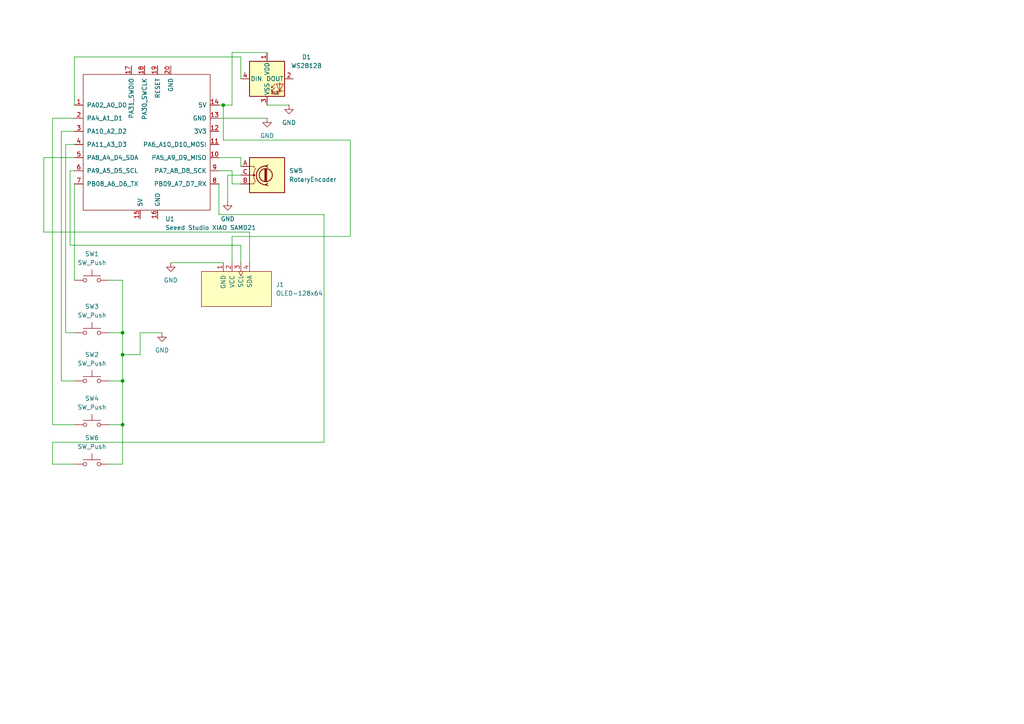
<source format=kicad_sch>
(kicad_sch (version 20231120) (generator "eeschema") (generator_version "8.0")
  (paper "A4")
  (lib_symbols
    (symbol "Device:RotaryEncoder" (pin_names (offset 0.254) hide)
      (property "Reference" "SW" (at 0 6.604 0))
      (property "Value" "RotaryEncoder" (at 0 -6.604 0))
      (symbol "RotaryEncoder_0_1"
        (rectangle (start -5.08 5.08) (end 5.08 -5.08) (stroke (width 0.254)) (fill (type background)))
        (circle (center -3.81 0) (radius 0.254) (fill (type outline)))
        (circle (center -0.381 0) (radius 1.905) (stroke (width 0.254)))
        (arc (start -0.381 2.667) (mid -3.0988 -0.0635) (end -0.381 -2.794) (stroke (width 0.254)))
        (polyline (pts (xy -0.635 -1.778) (xy -0.635 1.778)) (stroke (width 0.254)))
        (polyline (pts (xy -0.381 -1.778) (xy -0.381 1.778)) (stroke (width 0.254)))
        (polyline (pts (xy -0.127 1.778) (xy -0.127 -1.778)) (stroke (width 0.254)))
        (polyline (pts (xy -5.08 -2.54) (xy -3.81 -2.54) (xy -3.81 -2.032)))
        (polyline (pts (xy -5.08 2.54) (xy -3.81 2.54) (xy -3.81 2.032)))
        (polyline (pts (xy 0.254 -3.048) (xy -0.508 -2.794) (xy 0.127 -2.413)) (stroke (width 0.254)))
        (polyline (pts (xy 0.254 2.921) (xy -0.508 2.667) (xy 0.127 2.286)) (stroke (width 0.254)))
        (polyline (pts (xy -5.08 0) (xy -3.81 0) (xy -3.81 -1.016) (xy -3.302 -2.032)))
        (polyline (pts (xy -4.318 0) (xy -3.81 0) (xy -3.81 1.016) (xy -3.302 2.032)))
      )
      (symbol "RotaryEncoder_1_1"
        (pin passive line (at -7.62 2.54 0) (length 2.54) (name "A") (number "A"))
        (pin passive line (at -7.62 -2.54 0) (length 2.54) (name "B") (number "B"))
        (pin passive line (at -7.62 0 0) (length 2.54) (name "C") (number "C"))
      )
    )
    (symbol "LED:WS2812B" (pin_names (offset 0.254))
      (property "Reference" "D" (at 5.08 5.715 0))
      (property "Value" "WS2812B" (at 1.27 -5.715 0))
      (symbol "WS2812B_0_0"
        (text "RGB" (at 2.286 -4.191 0) (effects (font (size 0.762 0.762))))
      )
      (symbol "WS2812B_0_1"
        (polyline (pts (xy 1.27 -3.556) (xy 1.778 -3.556)))
        (polyline (pts (xy 1.27 -2.54) (xy 1.778 -2.54)))
        (polyline (pts (xy 4.699 -3.556) (xy 2.667 -3.556)))
        (polyline (pts (xy 2.286 -2.54) (xy 1.27 -3.556) (xy 1.27 -3.048)))
        (polyline (pts (xy 2.286 -1.524) (xy 1.27 -2.54) (xy 1.27 -2.032)))
        (polyline (pts (xy 3.683 -1.016) (xy 3.683 -3.556) (xy 3.683 -4.064)))
        (polyline (pts (xy 4.699 -1.524) (xy 2.667 -1.524) (xy 3.683 -3.556) (xy 4.699 -1.524)))
        (rectangle (start 5.08 5.08) (end -5.08 -5.08) (stroke (width 0.254)) (fill (type background)))
      )
      (symbol "WS2812B_1_1"
        (pin power_in line (at 0 7.62 270) (length 2.54) (name "VDD") (number "1"))
        (pin output line (at 7.62 0 180) (length 2.54) (name "DOUT") (number "2"))
        (pin power_in line (at 0 -7.62 90) (length 2.54) (name "VSS") (number "3"))
        (pin input line (at -7.62 0 0) (length 2.54) (name "DIN") (number "4"))
      )
    )
    (symbol "Seeed_Studio_XIAO_Series:Seeed Studio XIAO SAMD21" (pin_names (offset 1.016))
      (property "Reference" "U" (at -19.05 22.86 0))
      (property "Value" "Seeed Studio XIAO SAMD21" (at -12.7 21.59 0))
      (symbol "Seeed Studio XIAO SAMD21_0_1"
        (rectangle (start -19.05 20.32) (end 17.78 -19.05))
      )
      (symbol "Seeed Studio XIAO SAMD21_1_1"
        (pin unspecified line (at -21.59 11.43 0) (length 2.54) (name "PA02_A0_D0") (number "1"))
        (pin unspecified line (at 20.32 -3.81 180) (length 2.54) (name "PA5_A9_D9_MISO") (number "10"))
        (pin unspecified line (at 20.32 0 180) (length 2.54) (name "PA6_A10_D10_MOSI") (number "11"))
        (pin unspecified line (at 20.32 3.81 180) (length 2.54) (name "3V3") (number "12"))
        (pin unspecified line (at 20.32 7.62 180) (length 2.54) (name "GND") (number "13"))
        (pin unspecified line (at 20.32 11.43 180) (length 2.54) (name "5V") (number "14"))
        (pin input line (at -2.54 -21.59 90) (length 2.54) (name "5V") (number "15"))
        (pin input line (at 2.54 -21.59 90) (length 2.54) (name "GND") (number "16"))
        (pin input line (at -5.08 22.86 270) (length 2.54) (name "PA31_SWDIO") (number "17"))
        (pin input line (at -1.27 22.86 270) (length 2.54) (name "PA30_SWCLK") (number "18"))
        (pin input line (at 2.54 22.86 270) (length 2.54) (name "RESET") (number "19"))
        (pin unspecified line (at -21.59 7.62 0) (length 2.54) (name "PA4_A1_D1") (number "2"))
        (pin input line (at 6.35 22.86 270) (length 2.54) (name "GND") (number "20"))
        (pin unspecified line (at -21.59 3.81 0) (length 2.54) (name "PA10_A2_D2") (number "3"))
        (pin unspecified line (at -21.59 0 0) (length 2.54) (name "PA11_A3_D3") (number "4"))
        (pin unspecified line (at -21.59 -3.81 0) (length 2.54) (name "PA8_A4_D4_SDA") (number "5"))
        (pin unspecified line (at -21.59 -7.62 0) (length 2.54) (name "PA9_A5_D5_SCL") (number "6"))
        (pin unspecified line (at -21.59 -11.43 0) (length 2.54) (name "PB08_A6_D6_TX") (number "7"))
        (pin unspecified line (at 20.32 -11.43 180) (length 2.54) (name "PB09_A7_D7_RX") (number "8"))
        (pin unspecified line (at 20.32 -7.62 180) (length 2.54) (name "PA7_A8_D8_SCK") (number "9"))
      )
    )
    (symbol "Switch:SW_Push" (pin_numbers hide) (pin_names (offset 1.016) hide)
      (property "Reference" "SW" (at 1.27 2.54 0))
      (property "Value" "SW_Push" (at 0 -1.524 0))
      (symbol "SW_Push_0_1"
        (circle (center -2.032 0) (radius 0.508))
        (polyline (pts (xy 0 1.27) (xy 0 3.048)))
        (polyline (pts (xy 2.54 1.27) (xy -2.54 1.27)))
        (circle (center 2.032 0) (radius 0.508))
        (pin passive line (at -5.08 0 0) (length 2.54) (name "1") (number "1"))
        (pin passive line (at 5.08 0 180) (length 2.54) (name "2") (number "2"))
      )
    )
    (symbol "display:OLED-128x64" (pin_names (offset 1.016))
      (property "Reference" "J" (at 0 -11.43 0))
      (property "Value" "OLED-128x64" (at 0 -7.62 0))
      (symbol "OLED-128x64_0_1"
        (rectangle (start 10.16 -10.16) (end -10.16 0) (fill (type background)))
      )
      (symbol "OLED-128x64_1_1"
        (pin power_in line (at -3.81 2.54 270) (length 2.54) (name "GND") (number "1"))
        (pin power_in line (at -1.27 2.54 270) (length 2.54) (name "VCC") (number "2"))
        (pin input clock (at 1.27 2.54 270) (length 2.54) (name "SCL") (number "3"))
        (pin bidirectional line (at 3.81 2.54 270) (length 2.54) (name "SDA") (number "4"))
      )
    )
    (symbol "power:GND" (power) (pin_numbers hide) (pin_names (offset 0) hide)
      (property "Value" "GND" (at 0 -3.81 0))
      (symbol "GND_0_1"
        (polyline (pts (xy 0 0) (xy 0 -1.27) (xy 1.27 -1.27) (xy 0 -2.54) (xy -1.27 -1.27) (xy 0 -1.27)))
      )
      (symbol "GND_1_1"
        (pin power_in line (at 0 0 270) (length 0) (name "~") (number "1"))
      )
    )
  )
  (junction (at 35.56 102.87))
  (junction (at 35.56 96.52))
  (junction (at 35.56 123.19))
  (junction (at 35.56 110.49))
  (junction (at 64.77 30.48))
  (wire (pts (xy 63.5 45.72) (xy 69.85 45.72)))
  (wire (pts (xy 67.31 15.24) (xy 77.47 15.24)))
  (wire (pts (xy 67.31 30.48) (xy 67.31 15.24)))
  (wire (pts (xy 31.75 123.19) (xy 35.56 123.19)))
  (wire (pts (xy 19.05 41.91) (xy 19.05 96.52)))
  (wire (pts (xy 67.31 76.2) (xy 67.31 68.58)))
  (wire (pts (xy 21.59 45.72) (xy 12.7 45.72)))
  (wire (pts (xy 35.56 102.87) (xy 35.56 110.49)))
  (wire (pts (xy 93.98 128.27) (xy 15.24 128.27)))
  (wire (pts (xy 15.24 134.62) (xy 21.59 134.62)))
  (wire (pts (xy 31.75 134.62) (xy 35.56 134.62)))
  (wire (pts (xy 20.32 71.12) (xy 69.85 71.12)))
  (wire (pts (xy 69.85 45.72) (xy 69.85 48.26)))
  (wire (pts (xy 12.7 67.31) (xy 72.39 67.31)))
  (wire (pts (xy 31.75 81.28) (xy 35.56 81.28)))
  (wire (pts (xy 21.59 38.1) (xy 17.78 38.1)))
  (wire (pts (xy 66.04 50.8) (xy 66.04 58.42)))
  (wire (pts (xy 17.78 38.1) (xy 17.78 110.49)))
  (wire (pts (xy 67.31 49.53) (xy 67.31 53.34)))
  (wire (pts (xy 77.47 30.48) (xy 83.82 30.48)))
  (wire (pts (xy 12.7 45.72) (xy 12.7 67.31)))
  (wire (pts (xy 15.24 34.29) (xy 15.24 123.19)))
  (wire (pts (xy 40.64 96.52) (xy 46.99 96.52)))
  (wire (pts (xy 63.5 30.48) (xy 64.77 30.48)))
  (wire (pts (xy 93.98 62.23) (xy 93.98 128.27)))
  (wire (pts (xy 35.56 102.87) (xy 40.64 102.87)))
  (wire (pts (xy 31.75 96.52) (xy 35.56 96.52)))
  (wire (pts (xy 72.39 67.31) (xy 72.39 76.2)))
  (wire (pts (xy 49.53 76.2) (xy 64.77 76.2)))
  (wire (pts (xy 15.24 128.27) (xy 15.24 134.62)))
  (wire (pts (xy 19.05 96.52) (xy 21.59 96.52)))
  (wire (pts (xy 21.59 49.53) (xy 20.32 49.53)))
  (wire (pts (xy 35.56 110.49) (xy 35.56 123.19)))
  (wire (pts (xy 21.59 30.48) (xy 21.59 16.51)))
  (wire (pts (xy 63.5 53.34) (xy 63.5 62.23)))
  (wire (pts (xy 63.5 62.23) (xy 93.98 62.23)))
  (wire (pts (xy 21.59 41.91) (xy 19.05 41.91)))
  (wire (pts (xy 69.85 50.8) (xy 66.04 50.8)))
  (wire (pts (xy 21.59 34.29) (xy 15.24 34.29)))
  (wire (pts (xy 69.85 16.51) (xy 69.85 22.86)))
  (wire (pts (xy 21.59 53.34) (xy 21.59 81.28)))
  (wire (pts (xy 20.32 49.53) (xy 20.32 71.12)))
  (wire (pts (xy 63.5 49.53) (xy 67.31 49.53)))
  (wire (pts (xy 35.56 81.28) (xy 35.56 96.52)))
  (wire (pts (xy 64.77 30.48) (xy 64.77 40.64)))
  (wire (pts (xy 64.77 30.48) (xy 67.31 30.48)))
  (wire (pts (xy 40.64 102.87) (xy 40.64 96.52)))
  (wire (pts (xy 31.75 110.49) (xy 35.56 110.49)))
  (wire (pts (xy 67.31 68.58) (xy 101.6 68.58)))
  (wire (pts (xy 35.56 96.52) (xy 35.56 102.87)))
  (wire (pts (xy 69.85 71.12) (xy 69.85 76.2)))
  (wire (pts (xy 15.24 123.19) (xy 21.59 123.19)))
  (wire (pts (xy 63.5 34.29) (xy 77.47 34.29)))
  (wire (pts (xy 101.6 40.64) (xy 64.77 40.64)))
  (wire (pts (xy 67.31 53.34) (xy 69.85 53.34)))
  (wire (pts (xy 35.56 123.19) (xy 35.56 134.62)))
  (wire (pts (xy 17.78 110.49) (xy 21.59 110.49)))
  (wire (pts (xy 21.59 16.51) (xy 69.85 16.51)))
  (wire (pts (xy 101.6 68.58) (xy 101.6 40.64)))
  (symbol (lib_id "Switch:SW_Push") (at 26.67 110.49 0) (unit 1)
    (property "Reference" "SW2" (at 26.67 102.87 0))
    (property "Value" "SW_Push" (at 26.67 105.41 0))
    (property "Footprint" "Button_Switch_Keyboard:SW_Cherry_MX_1.00u_PCB" (effects (hide yes)))
    (property "Description" "Push button switch, generic, two pins" (effects (hide yes)))
  )
  (symbol (lib_id "Switch:SW_Push") (at 26.67 134.62 0) (unit 1)
    (property "Reference" "SW6" (at 26.67 127 0))
    (property "Value" "SW_Push" (at 26.67 129.54 0))
    (property "Footprint" "Button_Switch_Keyboard:SW_Cherry_MX_1.00u_PCB" (effects (hide yes)))
    (property "Description" "Push button switch, generic, two pins" (effects (hide yes)))
  )
  (symbol (lib_id "display:OLED-128x64") (at 68.58 78.74 0) (unit 1)
    (property "Reference" "J1" (at 80.01 82.5499 0) (effects (justify left)))
    (property "Value" "OLED-128x64" (at 80.01 85.0899 0) (effects (justify left)))
    (property "Footprint" "Downloads:128x64OLED (1)" (effects (hide yes)))
  )
  (symbol (lib_id "Seeed_Studio_XIAO_Series:Seeed Studio XIAO SAMD21") (at 43.18 41.91 0) (unit 1)
    (property "Reference" "U1" (at 47.9141 63.5 0) (effects (justify left)))
    (property "Value" "Seeed Studio XIAO SAMD21" (at 47.9141 66.04 0) (effects (justify left)))
    (property "Footprint" "Seeed Studio XIAO Series Library:XIAO-Generic-Thruhole-14P-2.54-21X17.8MM" (effects (hide yes)))
  )
  (symbol (lib_id "power:GND") (at 46.99 96.52 0) (unit 1)
    (property "Reference" "#PWR02" (effects (hide yes)))
    (property "Value" "GND" (at 46.99 101.6 0))
    (property "Description" "Power symbol creates a global label with name \"GND\" , ground" (effects (hide yes)))
  )
  (symbol (lib_id "power:GND") (at 83.82 30.48 0) (unit 1)
    (property "Reference" "#PWR05" (effects (hide yes)))
    (property "Value" "GND" (at 83.82 35.56 0))
    (property "Description" "Power symbol creates a global label with name \"GND\" , ground" (effects (hide yes)))
  )
  (symbol (lib_id "Device:RotaryEncoder") (at 77.47 50.8 0) (unit 1)
    (property "Reference" "SW5" (at 83.82 49.5299 0) (effects (justify left)))
    (property "Value" "RotaryEncoder" (at 83.82 52.0699 0) (effects (justify left)))
    (property "Footprint" "Rotary_Encoder:RotaryEncoder_Alps_EC11E-Switch_Vertical_H20mm" (effects (hide yes)))
    (property "Description" "Rotary encoder, dual channel, incremental quadrate outputs" (effects (hide yes)))
  )
  (symbol (lib_id "Switch:SW_Push") (at 26.67 123.19 0) (unit 1)
    (property "Reference" "SW4" (at 26.67 115.57 0))
    (property "Value" "SW_Push" (at 26.67 118.11 0))
    (property "Footprint" "Button_Switch_Keyboard:SW_Cherry_MX_1.00u_PCB" (effects (hide yes)))
    (property "Description" "Push button switch, generic, two pins" (effects (hide yes)))
  )
  (symbol (lib_id "LED:WS2812B") (at 77.47 22.86 0) (unit 1)
    (property "Reference" "D1" (at 88.9 16.5414 0))
    (property "Value" "WS2812B" (at 88.9 19.0814 0))
    (property "Footprint" "LED_SMD:LED_WS2812B_PLCC4_5.0x5.0mm_P3.2mm" (effects (hide yes)))
    (property "Datasheet" "https://cdn-shop.adafruit.com/datasheets/WS2812B.pdf" (effects (hide yes)))
    (property "Description" "RGB LED with integrated controller" (effects (hide yes)))
  )
  (symbol (lib_id "Switch:SW_Push") (at 26.67 81.28 0) (unit 1)
    (property "Reference" "SW1" (at 26.67 73.66 0))
    (property "Value" "SW_Push" (at 26.67 76.2 0))
    (property "Footprint" "Button_Switch_Keyboard:SW_Cherry_MX_1.00u_PCB" (effects (hide yes)))
    (property "Description" "Push button switch, generic, two pins" (effects (hide yes)))
  )
  (symbol (lib_id "power:GND") (at 77.47 34.29 0) (unit 1)
    (property "Reference" "#PWR01" (effects (hide yes)))
    (property "Value" "GND" (at 77.47 39.37 0))
    (property "Description" "Power symbol creates a global label with name \"GND\" , ground" (effects (hide yes)))
  )
  (symbol (lib_id "power:GND") (at 66.04 58.42 0) (unit 1)
    (property "Reference" "#PWR03" (effects (hide yes)))
    (property "Value" "GND" (at 66.04 63.5 0))
    (property "Description" "Power symbol creates a global label with name \"GND\" , ground" (effects (hide yes)))
  )
  (symbol (lib_id "power:GND") (at 49.53 76.2 0) (unit 1)
    (property "Reference" "#PWR04" (effects (hide yes)))
    (property "Value" "GND" (at 49.53 81.28 0))
    (property "Description" "Power symbol creates a global label with name \"GND\" , ground" (effects (hide yes)))
  )
  (symbol (lib_id "Switch:SW_Push") (at 26.67 96.52 0) (unit 1)
    (property "Reference" "SW3" (at 26.67 88.9 0))
    (property "Value" "SW_Push" (at 26.67 91.44 0))
    (property "Footprint" "Button_Switch_Keyboard:SW_Cherry_MX_1.00u_PCB" (effects (hide yes)))
    (property "Description" "Push button switch, generic, two pins" (effects (hide yes)))
  )
)
</source>
